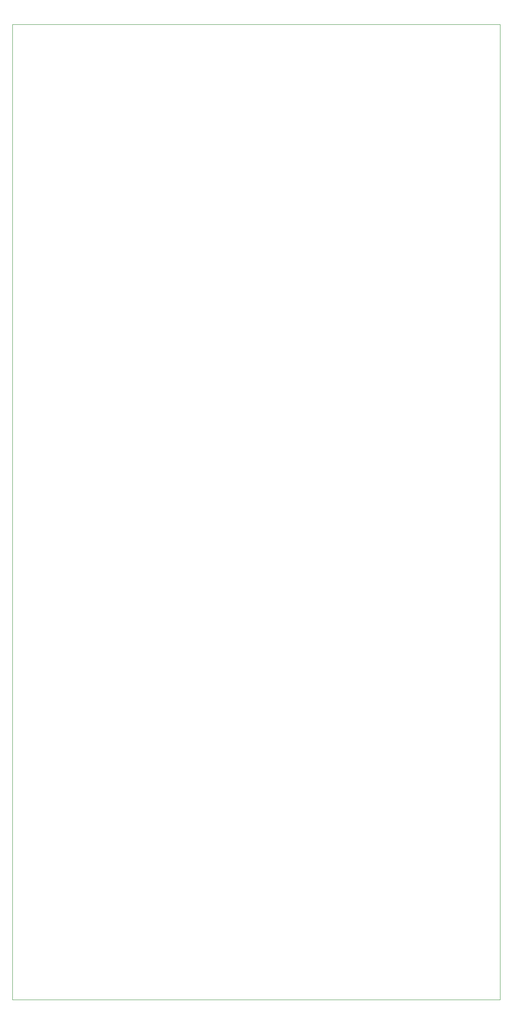
<source format=gbr>
%TF.GenerationSoftware,KiCad,Pcbnew,(5.1.9)-1*%
%TF.CreationDate,2021-08-21T12:12:35+01:00*%
%TF.ProjectId,KOSMOS LFO6 Front Panel,4b4f534d-4f53-4204-9c46-4f362046726f,rev?*%
%TF.SameCoordinates,Original*%
%TF.FileFunction,Profile,NP*%
%FSLAX46Y46*%
G04 Gerber Fmt 4.6, Leading zero omitted, Abs format (unit mm)*
G04 Created by KiCad (PCBNEW (5.1.9)-1) date 2021-08-21 12:12:35*
%MOMM*%
%LPD*%
G01*
G04 APERTURE LIST*
%TA.AperFunction,Profile*%
%ADD10C,0.050000*%
%TD*%
G04 APERTURE END LIST*
D10*
X-111800000Y-205590000D02*
X-111770000Y-5620000D01*
X-11810000Y-205590000D02*
X-111800000Y-205590000D01*
X-11810000Y-5620000D02*
X-11810000Y-205590000D01*
X-111770000Y-5620000D02*
X-11810000Y-5620000D01*
M02*

</source>
